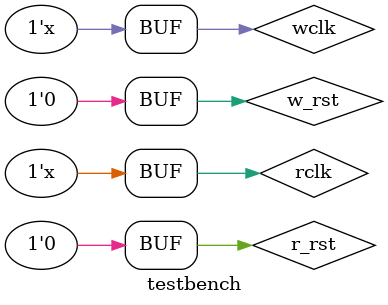
<source format=sv>

`include "interface.sv"
`include "test.sv"
`include "coverage.sv"

module testbench;

    parameter DATASIZE = 8;
	parameter ADDRSIZE = 9;

	bit rclk;
	bit wclk;
	bit w_rst, r_rst;
	

	always #4ns rclk=~rclk;
    always #2ns wclk=~wclk;
	
	
    initial begin
	    w_rst = 1;
		r_rst = 1;
		#50 w_rst = 0;
		#50 r_rst = 0;
    end
	
	intfc intf(.wclk(wclk), .rclk(rclk), .w_rst, .r_rst); 
	
	test testdesign(intf); 
	
	top  #( .DATASIZE(DATASIZE), .ADDRSIZE(ADDRSIZE))topdesign(  .inf(intf )); 
	
	coverage #(8,256,8) coverage(intf.coverage);


endmodule
</source>
